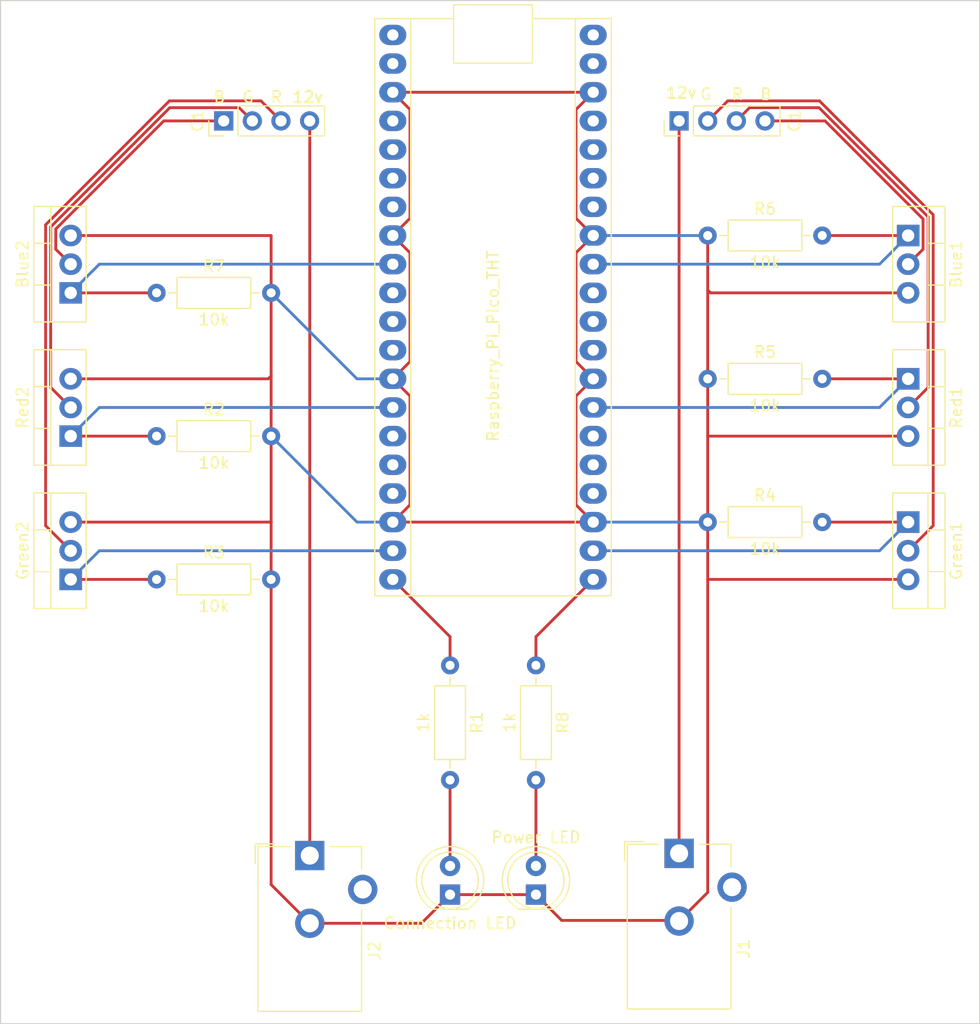
<source format=kicad_pcb>
(kicad_pcb (version 20221018) (generator pcbnew)
  (layers (0 "F.Cu" jumper) (31 "B.Cu" jumper) (34 "B.Paste" user) (35 "F.Paste" user) (36 "B.SilkS" user "B.Silkscreen") (37 "F.SilkS" user "F.Silkscreen") (38 "B.Mask" user) (39 "F.Mask" user) (44 "Edge.Cuts" user))
  (net 0 "")
  (net 27 "Net-(A1-GP15)")
  (net 28 "Net-(J4-Pin_1)")
  (net 29 "Net-(J3-Pin_4)")
  (net 30 "Net-(Power1-Pad2)")
  (net 31 "Net-(Blue1-S)")
  (net 32 "Net-(Blue1-D)")
  (net 33 "Net-(Blue2-D)")
  (net 34 "Net-(Green1-D)")
  (net 35 "Net-(Green2-D)")
  (net 36 "Net-(J3-Pin_2)")
  (net 37 "Net-(J4-Pin_3)")
  (net 38 "Net-(A1-GP16)")
  (net 39 "Net-(Connection1-Pad2)")
  (net 40 "Net-(A1-GP6)")
  (net 41 "Net-(A1-GP10)")
  (net 42 "Net-(A1-GP14)")
  (net 43 "Net-(A1-GP17)")
  (net 44 "Net-(A1-GP21)")
  (net 45 "Net-(A1-ADC1{slash}GP27)")
  (footprint "LED_THT:LED_D5.0mm" (layer "F.Cu") (at 195.58 114.3 90)
    (fp_text reference "Connection LED" (at -2.54 0 180) (layer "F.SilkS"))
    (fp_text value "LED")
    (fp_line (start -1.29 -1.545) (end -1.29 1.545) (stroke (width 0.12)) (layer "F.SilkS"))
    (fp_arc (start -1.29 -1.54483) (mid 2.072002 -2.880433) (end 4.26 0.000462) (stroke (width 0.12)) (layer "F.SilkS"))
    (fp_arc (start 4.26 -0.000462) (mid 2.072002 2.880433) (end -1.29 1.54483) (stroke (width 0.12)) (layer "F.SilkS"))
    (fp_circle (center 1.27 0) (end 3.77 0) (stroke (width 0.12)) (fill none) (layer "F.SilkS"))
    (pad "1" thru_hole rect (at 0 0 90) (size 1.8 1.8) (drill 0.9) (layers "*.Cu" "*.Mask") (net 31 "Net-(Blue1-S)"))
    (pad "2" thru_hole circle (at 2.54 0 90) (size 1.8 1.8) (drill 0.9) (layers "*.Cu" "*.Mask") (net 39 "Net-(Connection1-Pad2)"))
  )
  (footprint "Connector_PinHeader_2.54mm:PinHeader_1x04_P2.54mm_Vertical" (layer "F.Cu") (at 215.9 45.72 90)
    (fp_text reference "C1" (at 0 10.24 90) (layer "F.SilkS"))
    (fp_text value "Conn_01x04_Socket")
    (fp_line (start -1.33 -1.33) (end 0 -1.33) (stroke (width 0.12)) (layer "F.SilkS"))
    (fp_line (start -1.33 0) (end -1.33 -1.33) (stroke (width 0.12)) (layer "F.SilkS"))
    (fp_line (start -1.33 1.27) (end -1.33 8.95) (stroke (width 0.12)) (layer "F.SilkS"))
    (fp_line (start -1.33 1.27) (end 1.33 1.27) (stroke (width 0.12)) (layer "F.SilkS"))
    (fp_line (start -1.33 8.95) (end 1.33 8.95) (stroke (width 0.12)) (layer "F.SilkS"))
    (fp_line (start 1.33 1.27) (end 1.33 8.95) (stroke (width 0.12)) (layer "F.SilkS"))
    (pad "1" thru_hole rect (at 0 0 90) (size 1.7 1.7) (drill 1) (layers "*.Cu" "*.Mask") (net 28 "Net-(J4-Pin_1)"))
    (pad "2" thru_hole oval (at 0 2.54 90) (size 1.7 1.7) (drill 1) (layers "*.Cu" "*.Mask") (net 34 "Net-(Green1-D)"))
    (pad "3" thru_hole oval (at 0 5.08 90) (size 1.7 1.7) (drill 1) (layers "*.Cu" "*.Mask") (net 37 "Net-(J4-Pin_3)"))
    (pad "4" thru_hole oval (at 0 7.62 90) (size 1.7 1.7) (drill 1) (layers "*.Cu" "*.Mask") (net 32 "Net-(Blue1-D)"))
  )
  (footprint "Resistor_THT:R_Axial_DIN0207_L6.3mm_D2.5mm_P10.16mm_Horizontal" (layer "F.Cu") (at 218.44 81.28)
    (fp_text reference "R4" (at 5.08 -2.37) (layer "F.SilkS"))
    (fp_text value "10k" (at 5.08 2.37) (layer "F.SilkS"))
    (fp_line (start 1.04 0) (end 1.81 0) (stroke (width 0.12)) (layer "F.SilkS"))
    (fp_line (start 1.81 -1.37) (end 1.81 1.37) (stroke (width 0.12)) (layer "F.SilkS"))
    (fp_line (start 1.81 1.37) (end 8.35 1.37) (stroke (width 0.12)) (layer "F.SilkS"))
    (fp_line (start 8.35 -1.37) (end 1.81 -1.37) (stroke (width 0.12)) (layer "F.SilkS"))
    (fp_line (start 8.35 1.37) (end 8.35 -1.37) (stroke (width 0.12)) (layer "F.SilkS"))
    (fp_line (start 9.12 0) (end 8.35 0) (stroke (width 0.12)) (layer "F.SilkS"))
    (pad "1" thru_hole circle (at 0 0) (size 1.6 1.6) (drill 0.8) (layers "*.Cu" "*.Mask") (net 31 "Net-(Blue1-S)"))
    (pad "2" thru_hole oval (at 10.16 0) (size 1.6 1.6) (drill 0.8) (layers "*.Cu" "*.Mask") (net 43 "Net-(A1-GP17)"))
  )
  (footprint "LED_THT:LED_D5.0mm" (layer "F.Cu") (at 203.2 114.3 90)
    (fp_text reference "Power LED" (at 5.08 0 180) (layer "F.SilkS"))
    (fp_text value "LED")
    (fp_line (start -1.29 -1.545) (end -1.29 1.545) (stroke (width 0.12)) (layer "F.SilkS"))
    (fp_arc (start -1.29 -1.54483) (mid 2.072002 -2.880433) (end 4.26 0.000462) (stroke (width 0.12)) (layer "F.SilkS"))
    (fp_arc (start 4.26 -0.000462) (mid 2.072002 2.880433) (end -1.29 1.54483) (stroke (width 0.12)) (layer "F.SilkS"))
    (fp_circle (center 1.27 0) (end 3.77 0) (stroke (width 0.12)) (fill none) (layer "F.SilkS"))
    (pad "1" thru_hole rect (at 0 0 90) (size 1.8 1.8) (drill 0.9) (layers "*.Cu" "*.Mask") (net 31 "Net-(Blue1-S)"))
    (pad "2" thru_hole circle (at 2.54 0 90) (size 1.8 1.8) (drill 0.9) (layers "*.Cu" "*.Mask") (net 30 "Net-(Power1-Pad2)"))
  )
  (footprint "PCM_SL_Development_Boards:raspberry_pi_pico_THT" (layer "F.Cu") (at 190.5 38.1)
    (fp_text reference "A1" hide)
    (fp_text value "Raspberry_Pi_Pico_THT" (at 8.893334 27.58 270) (layer "F.SilkS"))
    (fp_line (start -1.6 49.71) (end 19.379999 49.71) (stroke (width 0.12)) (layer "F.SilkS"))
    (fp_line (start -1.599999 -1.45) (end -1.6 49.71) (stroke (width 0.12)) (layer "F.SilkS"))
    (fp_line (start 1.59 -1.42) (end 1.59 49.68) (stroke (width 0.12)) (layer "F.SilkS"))
    (fp_line (start 5.393334 -2.67) (end 5.393334 -1.45) (stroke (width 0.12)) (layer "F.SilkS"))
    (fp_line (start 5.393334 -1.45) (end -1.599999 -1.45) (stroke (width 0.12)) (layer "F.SilkS"))
    (fp_line (start 5.393334 -1.45) (end 5.393334 2.5) (stroke (width 0.12)) (layer "F.SilkS"))
    (fp_line (start 5.393334 2.5) (end 12.386666 2.5) (stroke (width 0.12)) (layer "F.SilkS"))
    (fp_line (start 12.386666 -2.67) (end 5.393334 -2.67) (stroke (width 0.12)) (layer "F.SilkS"))
    (fp_line (start 12.386666 -1.45) (end 12.386666 -2.67) (stroke (width 0.12)) (layer "F.SilkS"))
    (fp_line (start 12.386666 2.5) (end 12.386666 -1.45) (stroke (width 0.12)) (layer "F.SilkS"))
    (fp_line (start 16.19 -1.42) (end 16.19 49.63) (stroke (width 0.12)) (layer "F.SilkS"))
    (fp_line (start 19.379999 49.71) (end 19.38 -1.45) (stroke (width 0.12)) (layer "F.SilkS"))
    (fp_line (start 19.38 -1.45) (end 12.386666 -1.45) (stroke (width 0.12)) (layer "F.SilkS"))
    (pad "1" thru_hole oval (at 0 0 270) (size 1.8 2.4) (drill 1) (layers "*.Cu" "*.Mask"))
    (pad "2" thru_hole oval (at 0 2.54 270) (size 1.8 2.4) (drill 1) (layers "*.Cu" "*.Mask"))
    (pad "3" thru_hole oval (at 0 5.08 270) (size 1.8 2.4) (drill 1) (layers "*.Cu" "*.Mask") (net 31 "Net-(Blue1-S)"))
    (pad "4" thru_hole oval (at 0 7.62 270) (size 1.8 2.4) (drill 1) (layers "*.Cu" "*.Mask"))
    (pad "5" thru_hole oval (at 0 10.16 270) (size 1.8 2.4) (drill 1) (layers "*.Cu" "*.Mask"))
    (pad "6" thru_hole oval (at 0 12.7 270) (size 1.8 2.4) (drill 1) (layers "*.Cu" "*.Mask"))
    (pad "7" thru_hole oval (at 0 15.24 270) (size 1.8 2.4) (drill 1) (layers "*.Cu" "*.Mask"))
    (pad "8" thru_hole oval (at 0 17.78 270) (size 1.8 2.4) (drill 1) (layers "*.Cu" "*.Mask") (net 31 "Net-(Blue1-S)"))
    (pad "9" thru_hole oval (at 0 20.32 270) (size 1.8 2.4) (drill 1) (layers "*.Cu" "*.Mask") (net 40 "Net-(A1-GP6)"))
    (pad "10" thru_hole oval (at 0 22.86 270) (size 1.8 2.4) (drill 1) (layers "*.Cu" "*.Mask"))
    (pad "11" thru_hole oval (at 0 25.4 270) (size 1.8 2.4) (drill 1) (layers "*.Cu" "*.Mask"))
    (pad "12" thru_hole oval (at 0 27.94 270) (size 1.8 2.4) (drill 1) (layers "*.Cu" "*.Mask"))
    (pad "13" thru_hole oval (at 0 30.48 270) (size 1.8 2.4) (drill 1) (layers "*.Cu" "*.Mask") (net 31 "Net-(Blue1-S)"))
    (pad "14" thru_hole oval (at 0 33.02 270) (size 1.8 2.4) (drill 1) (layers "*.Cu" "*.Mask") (net 41 "Net-(A1-GP10)"))
    (pad "15" thru_hole oval (at 0 35.56 270) (size 1.8 2.4) (drill 1) (layers "*.Cu" "*.Mask"))
    (pad "16" thru_hole oval (at 0 38.1 270) (size 1.8 2.4) (drill 1) (layers "*.Cu" "*.Mask"))
    (pad "17" thru_hole oval (at 0 40.64 270) (size 1.8 2.4) (drill 1) (layers "*.Cu" "*.Mask"))
    (pad "18" thru_hole oval (at 0 43.18 270) (size 1.8 2.4) (drill 1) (layers "*.Cu" "*.Mask") (net 31 "Net-(Blue1-S)"))
    (pad "19" thru_hole oval (at 0 45.72 270) (size 1.8 2.4) (drill 1) (layers "*.Cu" "*.Mask") (net 42 "Net-(A1-GP14)"))
    (pad "20" thru_hole oval (at 0 48.26 270) (size 1.8 2.4) (drill 1) (layers "*.Cu" "*.Mask") (net 27 "Net-(A1-GP15)"))
    (pad "21" thru_hole oval (at 17.78 48.26 270) (size 1.8 2.4) (drill 1) (layers "*.Cu" "*.Mask") (net 38 "Net-(A1-GP16)"))
    (pad "22" thru_hole oval (at 17.78 45.72 270) (size 1.8 2.4) (drill 1) (layers "*.Cu" "*.Mask") (net 43 "Net-(A1-GP17)"))
    (pad "23" thru_hole oval (at 17.78 43.18 270) (size 1.8 2.4) (drill 1) (layers "*.Cu" "*.Mask") (net 31 "Net-(Blue1-S)"))
    (pad "24" thru_hole oval (at 17.78 40.64 270) (size 1.8 2.4) (drill 1) (layers "*.Cu" "*.Mask"))
    (pad "25" thru_hole oval (at 17.78 38.1 270) (size 1.8 2.4) (drill 1) (layers "*.Cu" "*.Mask"))
    (pad "26" thru_hole oval (at 17.78 35.56 270) (size 1.8 2.4) (drill 1) (layers "*.Cu" "*.Mask"))
    (pad "27" thru_hole oval (at 17.78 33.02 270) (size 1.8 2.4) (drill 1) (layers "*.Cu" "*.Mask") (net 44 "Net-(A1-GP21)"))
    (pad "28" thru_hole oval (at 17.78 30.48 270) (size 1.8 2.4) (drill 1) (layers "*.Cu" "*.Mask") (net 31 "Net-(Blue1-S)"))
    (pad "29" thru_hole oval (at 17.78 27.94 270) (size 1.8 2.4) (drill 1) (layers "*.Cu" "*.Mask"))
    (pad "30" thru_hole oval (at 17.78 25.4 270) (size 1.8 2.4) (drill 1) (layers "*.Cu" "*.Mask"))
    (pad "31" thru_hole oval (at 17.78 22.86 270) (size 1.8 2.4) (drill 1) (layers "*.Cu" "*.Mask"))
    (pad "32" thru_hole oval (at 17.78 20.32 270) (size 1.8 2.4) (drill 1) (layers "*.Cu" "*.Mask") (net 45 "Net-(A1-ADC1{slash}GP27)"))
    (pad "33" thru_hole oval (at 17.78 17.78 270) (size 1.8 2.4) (drill 1) (layers "*.Cu" "*.Mask") (net 31 "Net-(Blue1-S)"))
    (pad "34" thru_hole oval (at 17.78 15.24 270) (size 1.8 2.4) (drill 1) (layers "*.Cu" "*.Mask"))
    (pad "35" thru_hole oval (at 17.78 12.7 270) (size 1.8 2.4) (drill 1) (layers "*.Cu" "*.Mask"))
    (pad "36" thru_hole oval (at 17.78 10.16 270) (size 1.8 2.4) (drill 1) (layers "*.Cu" "*.Mask"))
    (pad "37" thru_hole oval (at 17.78 7.62 270) (size 1.8 2.4) (drill 1) (layers "*.Cu" "*.Mask"))
    (pad "38" thru_hole oval (at 17.78 5.08 270) (size 1.8 2.4) (drill 1) (layers "*.Cu" "*.Mask") (net 31 "Net-(Blue1-S)"))
    (pad "39" thru_hole oval (at 17.78 2.54 270) (size 1.8 2.4) (drill 1) (layers "*.Cu" "*.Mask"))
    (pad "40" thru_hole oval (at 17.78 0 270) (size 1.8 2.4) (drill 1) (layers "*.Cu" "*.Mask"))
  )
  (footprint "Connector_PinHeader_2.54mm:PinHeader_1x04_P2.54mm_Vertical" (layer "F.Cu") (at 175.5 45.72 90)
    (fp_text reference "C1" (at 0 -2.33 90) (layer "F.SilkS"))
    (fp_text value "Conn_01x04_Socket")
    (fp_line (start -1.33 -1.33) (end 0 -1.33) (stroke (width 0.12)) (layer "F.SilkS"))
    (fp_line (start -1.33 0) (end -1.33 -1.33) (stroke (width 0.12)) (layer "F.SilkS"))
    (fp_line (start -1.33 1.27) (end -1.33 8.95) (stroke (width 0.12)) (layer "F.SilkS"))
    (fp_line (start -1.33 1.27) (end 1.33 1.27) (stroke (width 0.12)) (layer "F.SilkS"))
    (fp_line (start -1.33 8.95) (end 1.33 8.95) (stroke (width 0.12)) (layer "F.SilkS"))
    (fp_line (start 1.33 1.27) (end 1.33 8.95) (stroke (width 0.12)) (layer "F.SilkS"))
    (pad "1" thru_hole rect (at 0 0 90) (size 1.7 1.7) (drill 1) (layers "*.Cu" "*.Mask") (net 33 "Net-(Blue2-D)"))
    (pad "2" thru_hole oval (at 0 2.54 90) (size 1.7 1.7) (drill 1) (layers "*.Cu" "*.Mask") (net 36 "Net-(J3-Pin_2)"))
    (pad "3" thru_hole oval (at 0 5.08 90) (size 1.7 1.7) (drill 1) (layers "*.Cu" "*.Mask") (net 35 "Net-(Green2-D)"))
    (pad "4" thru_hole oval (at 0 7.62 90) (size 1.7 1.7) (drill 1) (layers "*.Cu" "*.Mask") (net 29 "Net-(J3-Pin_4)"))
  )
  (footprint "Package_TO_SOT_THT:TO-220-3_Vertical" (layer "F.Cu") (at 161.925 86.36 90)
    (fp_text reference "Green2" (at 2.54 -4.27 90) (layer "F.SilkS"))
    (fp_text value "IRLB8721PBF")
    (fp_line (start -2.58 -3.27) (end -2.58 1.371) (stroke (width 0.12)) (layer "F.SilkS"))
    (fp_line (start -2.58 -3.27) (end 7.66 -3.27) (stroke (width 0.12)) (layer "F.SilkS"))
    (fp_line (start -2.58 -1.76) (end 7.66 -1.76) (stroke (width 0.12)) (layer "F.SilkS"))
    (fp_line (start -2.58 1.371) (end 7.66 1.371) (stroke (width 0.12)) (layer "F.SilkS"))
    (fp_line (start 0.69 -3.27) (end 0.69 -1.76) (stroke (width 0.12)) (layer "F.SilkS"))
    (fp_line (start 4.391 -3.27) (end 4.391 -1.76) (stroke (width 0.12)) (layer "F.SilkS"))
    (fp_line (start 7.66 -3.27) (end 7.66 1.371) (stroke (width 0.12)) (layer "F.SilkS"))
    (pad "1" thru_hole rect (at 0 0 90) (size 1.905 2) (drill 1.1) (layers "*.Cu" "*.Mask") (net 42 "Net-(A1-GP14)"))
    (pad "2" thru_hole oval (at 2.54 0 90) (size 1.905 2) (drill 1.1) (layers "*.Cu" "*.Mask") (net 35 "Net-(Green2-D)"))
    (pad "3" thru_hole oval (at 5.08 0 90) (size 1.905 2) (drill 1.1) (layers "*.Cu" "*.Mask") (net 31 "Net-(Blue1-S)"))
  )
  (footprint "Resistor_THT:R_Axial_DIN0207_L6.3mm_D2.5mm_P10.16mm_Horizontal" (layer "F.Cu") (at 169.545 60.96)
    (fp_text reference "R7" (at 5.08 -2.37) (layer "F.SilkS"))
    (fp_text value "10k" (at 5.08 2.37) (layer "F.SilkS"))
    (fp_line (start 1.04 0) (end 1.81 0) (stroke (width 0.12)) (layer "F.SilkS"))
    (fp_line (start 1.81 -1.37) (end 1.81 1.37) (stroke (width 0.12)) (layer "F.SilkS"))
    (fp_line (start 1.81 1.37) (end 8.35 1.37) (stroke (width 0.12)) (layer "F.SilkS"))
    (fp_line (start 8.35 -1.37) (end 1.81 -1.37) (stroke (width 0.12)) (layer "F.SilkS"))
    (fp_line (start 8.35 1.37) (end 8.35 -1.37) (stroke (width 0.12)) (layer "F.SilkS"))
    (fp_line (start 9.12 0) (end 8.35 0) (stroke (width 0.12)) (layer "F.SilkS"))
    (pad "1" thru_hole circle (at 0 0) (size 1.6 1.6) (drill 0.8) (layers "*.Cu" "*.Mask") (net 40 "Net-(A1-GP6)"))
    (pad "2" thru_hole oval (at 10.16 0) (size 1.6 1.6) (drill 0.8) (layers "*.Cu" "*.Mask") (net 31 "Net-(Blue1-S)"))
  )
  (footprint "Resistor_THT:R_Axial_DIN0207_L6.3mm_D2.5mm_P10.16mm_Horizontal" (layer "F.Cu") (at 218.44 68.58)
    (fp_text reference "R5" (at 5.08 -2.37) (layer "F.SilkS"))
    (fp_text value "10k" (at 5.08 2.37) (layer "F.SilkS"))
    (fp_line (start 1.04 0) (end 1.81 0) (stroke (width 0.12)) (layer "F.SilkS"))
    (fp_line (start 1.81 -1.37) (end 1.81 1.37) (stroke (width 0.12)) (layer "F.SilkS"))
    (fp_line (start 1.81 1.37) (end 8.35 1.37) (stroke (width 0.12)) (layer "F.SilkS"))
    (fp_line (start 8.35 -1.37) (end 1.81 -1.37) (stroke (width 0.12)) (layer "F.SilkS"))
    (fp_line (start 8.35 1.37) (end 8.35 -1.37) (stroke (width 0.12)) (layer "F.SilkS"))
    (fp_line (start 9.12 0) (end 8.35 0) (stroke (width 0.12)) (layer "F.SilkS"))
    (pad "1" thru_hole circle (at 0 0) (size 1.6 1.6) (drill 0.8) (layers "*.Cu" "*.Mask") (net 31 "Net-(Blue1-S)"))
    (pad "2" thru_hole oval (at 10.16 0) (size 1.6 1.6) (drill 0.8) (layers "*.Cu" "*.Mask") (net 44 "Net-(A1-GP21)"))
  )
  (footprint "Package_TO_SOT_THT:TO-220-3_Vertical" (layer "F.Cu") (at 236.22 55.88 -90)
    (fp_text reference "Blue1" (at 2.54 -4.27 90) (layer "F.SilkS"))
    (fp_text value "IRLB8721PBF")
    (fp_line (start -2.58 -3.27) (end -2.58 1.371) (stroke (width 0.12)) (layer "F.SilkS"))
    (fp_line (start -2.58 -3.27) (end 7.66 -3.27) (stroke (width 0.12)) (layer "F.SilkS"))
    (fp_line (start -2.58 -1.76) (end 7.66 -1.76) (stroke (width 0.12)) (layer "F.SilkS"))
    (fp_line (start -2.58 1.371) (end 7.66 1.371) (stroke (width 0.12)) (layer "F.SilkS"))
    (fp_line (start 0.69 -3.27) (end 0.69 -1.76) (stroke (width 0.12)) (layer "F.SilkS"))
    (fp_line (start 4.391 -3.27) (end 4.391 -1.76) (stroke (width 0.12)) (layer "F.SilkS"))
    (fp_line (start 7.66 -3.27) (end 7.66 1.371) (stroke (width 0.12)) (layer "F.SilkS"))
    (pad "1" thru_hole rect (at 0 0 270) (size 1.905 2) (drill 1.1) (layers "*.Cu" "*.Mask") (net 45 "Net-(A1-ADC1{slash}GP27)"))
    (pad "2" thru_hole oval (at 2.54 0 270) (size 1.905 2) (drill 1.1) (layers "*.Cu" "*.Mask") (net 32 "Net-(Blue1-D)"))
    (pad "3" thru_hole oval (at 5.08 0 270) (size 1.905 2) (drill 1.1) (layers "*.Cu" "*.Mask") (net 31 "Net-(Blue1-S)"))
  )
  (footprint "Resistor_THT:R_Axial_DIN0207_L6.3mm_D2.5mm_P10.16mm_Horizontal" (layer "F.Cu") (at 195.58 93.98 -90)
    (fp_text reference "R1" (at 5.08 -2.37 90) (layer "F.SilkS"))
    (fp_text value "1k" (at 5.08 2.37 90) (layer "F.SilkS"))
    (fp_line (start 1.04 0) (end 1.81 0) (stroke (width 0.12)) (layer "F.SilkS"))
    (fp_line (start 1.81 -1.37) (end 1.81 1.37) (stroke (width 0.12)) (layer "F.SilkS"))
    (fp_line (start 1.81 1.37) (end 8.35 1.37) (stroke (width 0.12)) (layer "F.SilkS"))
    (fp_line (start 8.35 -1.37) (end 1.81 -1.37) (stroke (width 0.12)) (layer "F.SilkS"))
    (fp_line (start 8.35 1.37) (end 8.35 -1.37) (stroke (width 0.12)) (layer "F.SilkS"))
    (fp_line (start 9.12 0) (end 8.35 0) (stroke (width 0.12)) (layer "F.SilkS"))
    (pad "1" thru_hole circle (at 0 0 270) (size 1.6 1.6) (drill 0.8) (layers "*.Cu" "*.Mask") (net 27 "Net-(A1-GP15)"))
    (pad "2" thru_hole oval (at 10.16 0 270) (size 1.6 1.6) (drill 0.8) (layers "*.Cu" "*.Mask") (net 39 "Net-(Connection1-Pad2)"))
  )
  (footprint "Package_TO_SOT_THT:TO-220-3_Vertical" (layer "F.Cu") (at 161.925 73.66 90)
    (fp_text reference "Red2" (at 2.54 -4.27 90) (layer "F.SilkS"))
    (fp_text value "IRLB8721PBF")
    (fp_line (start -2.58 -3.27) (end -2.58 1.371) (stroke (width 0.12)) (layer "F.SilkS"))
    (fp_line (start -2.58 -3.27) (end 7.66 -3.27) (stroke (width 0.12)) (layer "F.SilkS"))
    (fp_line (start -2.58 -1.76) (end 7.66 -1.76) (stroke (width 0.12)) (layer "F.SilkS"))
    (fp_line (start -2.58 1.371) (end 7.66 1.371) (stroke (width 0.12)) (layer "F.SilkS"))
    (fp_line (start 0.69 -3.27) (end 0.69 -1.76) (stroke (width 0.12)) (layer "F.SilkS"))
    (fp_line (start 4.391 -3.27) (end 4.391 -1.76) (stroke (width 0.12)) (layer "F.SilkS"))
    (fp_line (start 7.66 -3.27) (end 7.66 1.371) (stroke (width 0.12)) (layer "F.SilkS"))
    (pad "1" thru_hole rect (at 0 0 90) (size 1.905 2) (drill 1.1) (layers "*.Cu" "*.Mask") (net 41 "Net-(A1-GP10)"))
    (pad "2" thru_hole oval (at 2.54 0 90) (size 1.905 2) (drill 1.1) (layers "*.Cu" "*.Mask") (net 36 "Net-(J3-Pin_2)"))
    (pad "3" thru_hole oval (at 5.08 0 90) (size 1.905 2) (drill 1.1) (layers "*.Cu" "*.Mask") (net 31 "Net-(Blue1-S)"))
  )
  (footprint "Connector_BarrelJack:BarrelJack_CUI_PJ-102AH_Horizontal" (layer "F.Cu") (at 183.134 110.84)
    (fp_text reference "J2" (at 5.75 8.45 90) (layer "F.SilkS"))
    (fp_text value "Barrel_Jack_Switch")
    (fp_line (start -4.84 -1.04) (end -3.1 -1.04) (stroke (width 0.12)) (layer "F.SilkS"))
    (fp_line (start -4.84 0.7) (end -4.84 -1.04) (stroke (width 0.12)) (layer "F.SilkS"))
    (fp_line (start -4.6 -0.8) (end -1.8 -0.8) (stroke (width 0.12)) (layer "F.SilkS"))
    (fp_line (start -4.6 13.8) (end -4.6 -0.8) (stroke (width 0.12)) (layer "F.SilkS"))
    (fp_line (start 1.8 -0.8) (end 4.6 -0.8) (stroke (width 0.12)) (layer "F.SilkS"))
    (fp_line (start 4.6 -0.8) (end 4.6 1.2) (stroke (width 0.12)) (layer "F.SilkS"))
    (fp_line (start 4.6 4.8) (end 4.6 13.8) (stroke (width 0.12)) (layer "F.SilkS"))
    (fp_line (start 4.6 13.8) (end -4.6 13.8) (stroke (width 0.12)) (layer "F.SilkS"))
    (pad "1" thru_hole rect (at 0 0) (size 2.6 2.6) (drill 1.6) (layers "*.Cu" "*.Mask") (net 29 "Net-(J3-Pin_4)"))
    (pad "2" thru_hole circle (at 0 6) (size 2.6 2.6) (drill 1.6) (layers "*.Cu" "*.Mask") (net 31 "Net-(Blue1-S)"))
    (pad "3" thru_hole circle (at 4.7 3) (size 2.6 2.6) (drill 1.6) (layers "*.Cu" "*.Mask"))
  )
  (footprint "Resistor_THT:R_Axial_DIN0207_L6.3mm_D2.5mm_P10.16mm_Horizontal" (layer "F.Cu") (at 218.44 55.88)
    (fp_text reference "R6" (at 5.08 -2.37) (layer "F.SilkS"))
    (fp_text value "10k" (at 5.08 2.37) (layer "F.SilkS"))
    (fp_line (start 1.04 0) (end 1.81 0) (stroke (width 0.12)) (layer "F.SilkS"))
    (fp_line (start 1.81 -1.37) (end 1.81 1.37) (stroke (width 0.12)) (layer "F.SilkS"))
    (fp_line (start 1.81 1.37) (end 8.35 1.37) (stroke (width 0.12)) (layer "F.SilkS"))
    (fp_line (start 8.35 -1.37) (end 1.81 -1.37) (stroke (width 0.12)) (layer "F.SilkS"))
    (fp_line (start 8.35 1.37) (end 8.35 -1.37) (stroke (width 0.12)) (layer "F.SilkS"))
    (fp_line (start 9.12 0) (end 8.35 0) (stroke (width 0.12)) (layer "F.SilkS"))
    (pad "1" thru_hole circle (at 0 0) (size 1.6 1.6) (drill 0.8) (layers "*.Cu" "*.Mask") (net 31 "Net-(Blue1-S)"))
    (pad "2" thru_hole oval (at 10.16 0) (size 1.6 1.6) (drill 0.8) (layers "*.Cu" "*.Mask") (net 45 "Net-(A1-ADC1{slash}GP27)"))
  )
  (footprint "Package_TO_SOT_THT:TO-220-3_Vertical" (layer "F.Cu") (at 236.22 68.58 -90)
    (fp_text reference "Red1" (at 2.54 -4.27 90) (layer "F.SilkS"))
    (fp_text value "IRLB8721PBF")
    (fp_line (start -2.58 -3.27) (end -2.58 1.371) (stroke (width 0.12)) (layer "F.SilkS"))
    (fp_line (start -2.58 -3.27) (end 7.66 -3.27) (stroke (width 0.12)) (layer "F.SilkS"))
    (fp_line (start -2.58 -1.76) (end 7.66 -1.76) (stroke (width 0.12)) (layer "F.SilkS"))
    (fp_line (start -2.58 1.371) (end 7.66 1.371) (stroke (width 0.12)) (layer "F.SilkS"))
    (fp_line (start 0.69 -3.27) (end 0.69 -1.76) (stroke (width 0.12)) (layer "F.SilkS"))
    (fp_line (start 4.391 -3.27) (end 4.391 -1.76) (stroke (width 0.12)) (layer "F.SilkS"))
    (fp_line (start 7.66 -3.27) (end 7.66 1.371) (stroke (width 0.12)) (layer "F.SilkS"))
    (pad "1" thru_hole rect (at 0 0 270) (size 1.905 2) (drill 1.1) (layers "*.Cu" "*.Mask") (net 44 "Net-(A1-GP21)"))
    (pad "2" thru_hole oval (at 2.54 0 270) (size 1.905 2) (drill 1.1) (layers "*.Cu" "*.Mask") (net 37 "Net-(J4-Pin_3)"))
    (pad "3" thru_hole oval (at 5.08 0 270) (size 1.905 2) (drill 1.1) (layers "*.Cu" "*.Mask") (net 31 "Net-(Blue1-S)"))
  )
  (footprint "Connector_BarrelJack:BarrelJack_CUI_PJ-102AH_Horizontal" (layer "F.Cu") (at 215.9 110.64)
    (fp_text reference "J1" (at 5.75 8.45 90) (layer "F.SilkS"))
    (fp_text value "Barrel_Jack_Switch")
    (fp_line (start -4.84 -1.04) (end -3.1 -1.04) (stroke (width 0.12)) (layer "F.SilkS"))
    (fp_line (start -4.84 0.7) (end -4.84 -1.04) (stroke (width 0.12)) (layer "F.SilkS"))
    (fp_line (start -4.6 -0.8) (end -1.8 -0.8) (stroke (width 0.12)) (layer "F.SilkS"))
    (fp_line (start -4.6 13.8) (end -4.6 -0.8) (stroke (width 0.12)) (layer "F.SilkS"))
    (fp_line (start 1.8 -0.8) (end 4.6 -0.8) (stroke (width 0.12)) (layer "F.SilkS"))
    (fp_line (start 4.6 -0.8) (end 4.6 1.2) (stroke (width 0.12)) (layer "F.SilkS"))
    (fp_line (start 4.6 4.8) (end 4.6 13.8) (stroke (width 0.12)) (layer "F.SilkS"))
    (fp_line (start 4.6 13.8) (end -4.6 13.8) (stroke (width 0.12)) (layer "F.SilkS"))
    (pad "1" thru_hole rect (at 0 0) (size 2.6 2.6) (drill 1.6) (layers "*.Cu" "*.Mask") (net 28 "Net-(J4-Pin_1)"))
    (pad "2" thru_hole circle (at 0 6) (size 2.6 2.6) (drill 1.6) (layers "*.Cu" "*.Mask") (net 31 "Net-(Blue1-S)"))
    (pad "3" thru_hole circle (at 4.7 3) (size 2.6 2.6) (drill 1.6) (layers "*.Cu" "*.Mask"))
  )
  (footprint "Resistor_THT:R_Axial_DIN0207_L6.3mm_D2.5mm_P10.16mm_Horizontal" (layer "F.Cu") (at 169.545 73.66)
    (fp_text reference "R2" (at 5.08 -2.37) (layer "F.SilkS"))
    (fp_text value "10k" (at 5.08 2.37) (layer "F.SilkS"))
    (fp_line (start 1.04 0) (end 1.81 0) (stroke (width 0.12)) (layer "F.SilkS"))
    (fp_line (start 1.81 -1.37) (end 1.81 1.37) (stroke (width 0.12)) (layer "F.SilkS"))
    (fp_line (start 1.81 1.37) (end 8.35 1.37) (stroke (width 0.12)) (layer "F.SilkS"))
    (fp_line (start 8.35 -1.37) (end 1.81 -1.37) (stroke (width 0.12)) (layer "F.SilkS"))
    (fp_line (start 8.35 1.37) (end 8.35 -1.37) (stroke (width 0.12)) (layer "F.SilkS"))
    (fp_line (start 9.12 0) (end 8.35 0) (stroke (width 0.12)) (layer "F.SilkS"))
    (pad "1" thru_hole circle (at 0 0) (size 1.6 1.6) (drill 0.8) (layers "*.Cu" "*.Mask") (net 41 "Net-(A1-GP10)"))
    (pad "2" thru_hole oval (at 10.16 0) (size 1.6 1.6) (drill 0.8) (layers "*.Cu" "*.Mask") (net 31 "Net-(Blue1-S)"))
  )
  (footprint "Resistor_THT:R_Axial_DIN0207_L6.3mm_D2.5mm_P10.16mm_Horizontal" (layer "F.Cu") (at 169.545 86.36)
    (fp_text reference "R3" (at 5.08 -2.37) (layer "F.SilkS"))
    (fp_text value "10k" (at 5.08 2.37) (layer "F.SilkS"))
    (fp_line (start 1.04 0) (end 1.81 0) (stroke (width 0.12)) (layer "F.SilkS"))
    (fp_line (start 1.81 -1.37) (end 1.81 1.37) (stroke (width 0.12)) (layer "F.SilkS"))
    (fp_line (start 1.81 1.37) (end 8.35 1.37) (stroke (width 0.12)) (layer "F.SilkS"))
    (fp_line (start 8.35 -1.37) (end 1.81 -1.37) (stroke (width 0.12)) (layer "F.SilkS"))
    (fp_line (start 8.35 1.37) (end 8.35 -1.37) (stroke (width 0.12)) (layer "F.SilkS"))
    (fp_line (start 9.12 0) (end 8.35 0) (stroke (width 0.12)) (layer "F.SilkS"))
    (pad "1" thru_hole circle (at 0 0) (size 1.6 1.6) (drill 0.8) (layers "*.Cu" "*.Mask") (net 42 "Net-(A1-GP14)"))
    (pad "2" thru_hole oval (at 10.16 0) (size 1.6 1.6) (drill 0.8) (layers "*.Cu" "*.Mask") (net 31 "Net-(Blue1-S)"))
  )
  (footprint "Resistor_THT:R_Axial_DIN0207_L6.3mm_D2.5mm_P10.16mm_Horizontal" (layer "F.Cu") (at 203.2 93.98 -90)
    (fp_text reference "R8" (at 5.08 -2.37 90) (layer "F.SilkS"))
    (fp_text value "1k" (at 5.08 2.37 90) (layer "F.SilkS"))
    (fp_line (start 1.04 0) (end 1.81 0) (stroke (width 0.12)) (layer "F.SilkS"))
    (fp_line (start 1.81 -1.37) (end 1.81 1.37) (stroke (width 0.12)) (layer "F.SilkS"))
    (fp_line (start 1.81 1.37) (end 8.35 1.37) (stroke (width 0.12)) (layer "F.SilkS"))
    (fp_line (start 8.35 -1.37) (end 1.81 -1.37) (stroke (width 0.12)) (layer "F.SilkS"))
    (fp_line (start 8.35 1.37) (end 8.35 -1.37) (stroke (width 0.12)) (layer "F.SilkS"))
    (fp_line (start 9.12 0) (end 8.35 0) (stroke (width 0.12)) (layer "F.SilkS"))
    (pad "1" thru_hole circle (at 0 0 270) (size 1.6 1.6) (drill 0.8) (layers "*.Cu" "*.Mask") (net 38 "Net-(A1-GP16)"))
    (pad "2" thru_hole oval (at 10.16 0 270) (size 1.6 1.6) (drill 0.8) (layers "*.Cu" "*.Mask") (net 30 "Net-(Power1-Pad2)"))
  )
  (footprint "Package_TO_SOT_THT:TO-220-3_Vertical" (layer "F.Cu") (at 161.925 60.96 90)
    (fp_text reference "Blue2" (at 2.54 -4.27 90) (layer "F.SilkS"))
    (fp_text value "IRLB8721PBF")
    (fp_line (start -2.58 -3.27) (end -2.58 1.371) (stroke (width 0.12)) (layer "F.SilkS"))
    (fp_line (start -2.58 -3.27) (end 7.66 -3.27) (stroke (width 0.12)) (layer "F.SilkS"))
    (fp_line (start -2.58 -1.76) (end 7.66 -1.76) (stroke (width 0.12)) (layer "F.SilkS"))
    (fp_line (start -2.58 1.371) (end 7.66 1.371) (stroke (width 0.12)) (layer "F.SilkS"))
    (fp_line (start 0.69 -3.27) (end 0.69 -1.76) (stroke (width 0.12)) (layer "F.SilkS"))
    (fp_line (start 4.391 -3.27) (end 4.391 -1.76) (stroke (width 0.12)) (layer "F.SilkS"))
    (fp_line (start 7.66 -3.27) (end 7.66 1.371) (stroke (width 0.12)) (layer "F.SilkS"))
    (pad "1" thru_hole rect (at 0 0 90) (size 1.905 2) (drill 1.1) (layers "*.Cu" "*.Mask") (net 40 "Net-(A1-GP6)"))
    (pad "2" thru_hole oval (at 2.54 0 90) (size 1.905 2) (drill 1.1) (layers "*.Cu" "*.Mask") (net 33 "Net-(Blue2-D)"))
    (pad "3" thru_hole oval (at 5.08 0 90) (size 1.905 2) (drill 1.1) (layers "*.Cu" "*.Mask") (net 31 "Net-(Blue1-S)"))
  )
  (footprint "Package_TO_SOT_THT:TO-220-3_Vertical" (layer "F.Cu") (at 236.22 81.28 -90)
    (fp_text reference "Green1" (at 2.54 -4.27 90) (layer "F.SilkS"))
    (fp_text value "IRLB8721PBF")
    (fp_line (start -2.58 -3.27) (end -2.58 1.371) (stroke (width 0.12)) (layer "F.SilkS"))
    (fp_line (start -2.58 -3.27) (end 7.66 -3.27) (stroke (width 0.12)) (layer "F.SilkS"))
    (fp_line (start -2.58 -1.76) (end 7.66 -1.76) (stroke (width 0.12)) (layer "F.SilkS"))
    (fp_line (start -2.58 1.371) (end 7.66 1.371) (stroke (width 0.12)) (layer "F.SilkS"))
    (fp_line (start 0.69 -3.27) (end 0.69 -1.76) (stroke (width 0.12)) (layer "F.SilkS"))
    (fp_line (start 4.391 -3.27) (end 4.391 -1.76) (stroke (width 0.12)) (layer "F.SilkS"))
    (fp_line (start 7.66 -3.27) (end 7.66 1.371) (stroke (width 0.12)) (layer "F.SilkS"))
    (pad "1" thru_hole rect (at 0 0 270) (size 1.905 2) (drill 1.1) (layers "*.Cu" "*.Mask") (net 43 "Net-(A1-GP17)"))
    (pad "2" thru_hole oval (at 2.54 0 270) (size 1.905 2) (drill 1.1) (layers "*.Cu" "*.Mask") (net 34 "Net-(Green1-D)"))
    (pad "3" thru_hole oval (at 5.08 0 270) (size 1.905 2) (drill 1.1) (layers "*.Cu" "*.Mask") (net 31 "Net-(Blue1-S)"))
  )
  (gr_rect (start 155.702 35.052) (end 242.57 125.73) (stroke (width 0.1)) (fill none) (layer "Edge.Cuts"))
  (gr_text "G" (at 177.0634 44.196) (layer "F.SilkS") (effects (font (size 1 1)) (justify left bottom)))
  (gr_text "R" (at 220.472 43.942) (layer "F.SilkS") (effects (font (size 1 1)) (justify left bottom)))
  (gr_text "12v" (at 214.63 43.815) (layer "F.SilkS") (effects (font (size 1 1) (thickness 0.1875)) (justify left bottom)))
  (gr_text "12v" (at 181.5084 44.196) (layer "F.SilkS") (effects (font (size 1 1) (thickness 0.1875)) (justify left bottom)))
  (gr_text "B" (at 174.5234 44.196) (layer "F.SilkS") (effects (font (size 1 1)) (justify left bottom)))
  (gr_text "R" (at 179.578 44.196) (layer "F.SilkS") (effects (font (size 1 1)) (justify left bottom)))
  (gr_text "G" (at 217.678 43.942) (layer "F.SilkS") (effects (font (size 1 1)) (justify left bottom)))
  (gr_text "B" (at 223.012 43.942) (layer "F.SilkS") (effects (font (size 1 1)) (justify left bottom)))
  (segment (start 195.58 91.44) (end 190.5 86.36) (width 0.25) (layer "F.Cu") (net 27))
  (segment (start 195.58 93.98) (end 195.58 91.44) (width 0.25) (layer "F.Cu") (net 27))
  (segment (start 215.9 110.64) (end 215.9 45.72) (width 0.25) (layer "F.Cu") (net 28))
  (segment (start 183.134 110.84) (end 183.134 45.734) (width 0.25) (layer "F.Cu") (net 29))
  (segment (start 183.134 45.734) (end 183.12 45.72) (width 0.25) (layer "F.Cu") (net 29))
  (segment (start 203.2 104.14) (end 203.2 111.76) (width 0.25) (layer "F.Cu") (net 30))
  (segment (start 218.44 73.66) (end 218.44 81.28) (width 0.25) (layer "F.Cu") (net 31))
  (segment (start 161.925 68.58) (end 179.451 68.58) (width 0.25) (layer "F.Cu") (net 31))
  (segment (start 218.694 60.96) (end 218.44 60.706) (width 0.25) (layer "F.Cu") (net 31))
  (segment (start 179.705 81.28) (end 179.705 73.66) (width 0.25) (layer "F.Cu") (net 31))
  (segment (start 215.9 116.64) (end 218.44 114.1) (width 0.25) (layer "F.Cu") (net 31))
  (segment (start 190.5 68.58) (end 192.025 70.105) (width 0.25) (layer "F.Cu") (net 31))
  (segment (start 208.28 55.88) (end 206.755 54.355) (width 0.25) (layer "F.Cu") (net 31))
  (segment (start 214.83 116.586) (end 214.884 116.64) (width 0.25) (layer "F.Cu") (net 31))
  (segment (start 218.44 60.706) (end 218.44 68.58) (width 0.25) (layer "F.Cu") (net 31))
  (segment (start 236.22 60.96) (end 218.694 60.96) (width 0.25) (layer "F.Cu") (net 31))
  (segment (start 161.925 55.88) (end 179.705 55.88) (width 0.25) (layer "F.Cu") (net 31))
  (segment (start 192.025 70.105) (end 192.025 79.755) (width 0.25) (layer "F.Cu") (net 31))
  (segment (start 179.705 73.66) (end 179.705 68.326) (width 0.25) (layer "F.Cu") (net 31))
  (segment (start 208.28 68.58) (end 206.755 67.055) (width 0.25) (layer "F.Cu") (net 31))
  (segment (start 161.925 81.28) (end 179.705 81.28) (width 0.25) (layer "F.Cu") (net 31))
  (segment (start 179.705 86.36) (end 179.705 81.28) (width 0.25) (layer "F.Cu") (net 31))
  (segment (start 179.451 68.58) (end 179.705 68.326) (width 0.25) (layer "F.Cu") (net 31))
  (segment (start 195.58 114.3) (end 203.2 114.3) (width 0.25) (layer "F.Cu") (net 31))
  (segment (start 218.44 114.1) (end 218.44 86.36) (width 0.25) (layer "F.Cu") (net 31))
  (segment (start 183.134 116.84) (end 193.04 116.84) (width 0.25) (layer "F.Cu") (net 31))
  (segment (start 179.705 55.88) (end 179.705 60.96) (width 0.25) (layer "F.Cu") (net 31))
  (segment (start 192.025 54.355) (end 190.5 55.88) (width 0.25) (layer "F.Cu") (net 31))
  (segment (start 179.705 68.326) (end 179.705 60.96) (width 0.25) (layer "F.Cu") (net 31))
  (segment (start 193.04 116.84) (end 195.58 114.3) (width 0.25) (layer "F.Cu") (net 31))
  (segment (start 190.5 55.88) (end 192.025 57.405) (width 0.25) (layer "F.Cu") (net 31))
  (segment (start 236.22 73.66) (end 218.44 73.66) (width 0.25) (layer "F.Cu") (net 31))
  (segment (start 206.755 79.755) (end 206.755 70.105) (width 0.25) (layer "F.Cu") (net 31))
  (segment (start 190.5 43.18) (end 192.025 44.705) (width 0.25) (layer "F.Cu") (net 31))
  (segment (start 206.755 57.405) (end 208.28 55.88) (width 0.25) (layer "F.Cu") (net 31))
  (segment (start 218.44 55.88) (end 218.44 60.706) (width 0.25) (layer "F.Cu") (net 31))
  (segment (start 192.025 67.055) (end 190.5 68.58) (width 0.25) (layer "F.Cu") (net 31))
  (segment (start 206.755 44.705) (end 208.28 43.18) (width 0.25) (layer "F.Cu") (net 31))
  (segment (start 183.134 116.84) (end 179.705 113.411) (width 0.25) (layer "F.Cu") (net 31))
  (segment (start 218.44 81.28) (end 218.44 86.36) (width 0.25) (layer "F.Cu") (net 31))
  (segment (start 206.755 67.055) (end 206.755 57.405) (width 0.25) (layer "F.Cu") (net 31))
  (segment (start 206.755 70.105) (end 208.28 68.58) (width 0.25) (layer "F.Cu") (net 31))
  (segment (start 190.5 81.28) (end 208.28 81.28) (width 0.25) (layer "F.Cu") (net 31))
  (segment (start 192.025 79.755) (end 190.5 81.28) (width 0.25) (layer "F.Cu") (net 31))
  (segment (start 208.28 81.28) (end 206.755 79.755) (width 0.25) (layer "F.Cu") (net 31))
  (segment (start 192.025 57.405) (end 192.025 67.055) (width 0.25) (layer "F.Cu") (net 31))
  (segment (start 218.44 86.36) (end 236.22 86.36) (width 0.25) (layer "F.Cu") (net 31))
  (segment (start 190.5 43.18) (end 208.28 43.18) (width 0.25) (layer "F.Cu") (net 31))
  (segment (start 205.486 116.586) (end 203.2 114.3) (width 0.25) (layer "F.Cu") (net 31))
  (segment (start 206.755 54.355) (end 206.755 44.705) (width 0.25) (layer "F.Cu") (net 31))
  (segment (start 218.44 68.58) (end 218.44 73.66) (width 0.25) (layer "F.Cu") (net 31))
  (segment (start 215.9 116.64) (end 215.846 116.586) (width 0.25) (layer "F.Cu") (net 31))
  (segment (start 192.025 44.705) (end 192.025 54.355) (width 0.25) (layer "F.Cu") (net 31))
  (segment (start 179.705 113.411) (end 179.705 86.36) (width 0.25) (layer "F.Cu") (net 31))
  (segment (start 215.846 116.586) (end 205.486 116.586) (width 0.25) (layer "F.Cu") (net 31))
  (segment (start 187.325 81.28) (end 179.705 73.66) (width 0.25) (layer "B.Cu") (net 31))
  (segment (start 190.5 68.58) (end 187.325 68.58) (width 0.25) (layer "B.Cu") (net 31))
  (segment (start 208.28 81.28) (end 218.44 81.28) (width 0.25) (layer "B.Cu") (net 31))
  (segment (start 187.325 68.58) (end 179.705 60.96) (width 0.25) (layer "B.Cu") (net 31))
  (segment (start 190.5 81.28) (end 187.325 81.28) (width 0.25) (layer "B.Cu") (net 31))
  (segment (start 218.44 55.88) (end 208.28 55.88) (width 0.25) (layer "B.Cu") (net 31))
  (segment (start 237.545 57.095) (end 237.545 54.411) (width 0.25) (layer "F.Cu") (net 32))
  (segment (start 237.545 54.411) (end 228.854 45.72) (width 0.25) (layer "F.Cu") (net 32))
  (segment (start 236.22 58.42) (end 237.545 57.095) (width 0.25) (layer "F.Cu") (net 32))
  (segment (start 228.854 45.72) (end 223.52 45.72) (width 0.25) (layer "F.Cu") (net 32))
  (segment (start 160.6 57.095) (end 160.6 55.3) (width 0.25) (layer "F.Cu") (net 33))
  (segment (start 170.18 45.72) (end 175.5 45.72) (width 0.25) (layer "F.Cu") (net 33))
  (segment (start 160.6 55.3) (end 170.18 45.72) (width 0.25) (layer "F.Cu") (net 33))
  (segment (start 161.925 58.42) (end 160.6 57.095) (width 0.25) (layer "F.Cu") (net 33))
  (segment (start 220.218 43.942) (end 218.44 45.72) (width 0.25) (layer "F.Cu") (net 34))
  (segment (start 238.445 81.595) (end 238.445 54.038208) (width 0.25) (layer "F.Cu") (net 34))
  (segment (start 238.445 54.038208) (end 228.348792 43.942) (width 0.25) (layer "F.Cu") (net 34))
  (segment (start 236.22 83.82) (end 238.445 81.595) (width 0.25) (layer "F.Cu") (net 34))
  (segment (start 228.348792 43.942) (end 220.218 43.942) (width 0.25) (layer "F.Cu") (net 34))
  (segment (start 159.7 54.927208) (end 170.685208 43.942) (width 0.25) (layer "F.Cu") (net 35))
  (segment (start 161.925 83.82) (end 159.7 81.595) (width 0.25) (layer "F.Cu") (net 35))
  (segment (start 178.802 43.942) (end 180.58 45.72) (width 0.25) (layer "F.Cu") (net 35))
  (segment (start 159.7 81.595) (end 159.7 54.927208) (width 0.25) (layer "F.Cu") (net 35))
  (segment (start 170.685208 43.942) (end 178.802 43.942) (width 0.25) (layer "F.Cu") (net 35))
  (segment (start 161.925 71.12) (end 160.15 69.345) (width 0.25) (layer "F.Cu") (net 36))
  (segment (start 176.865 44.545) (end 178.04 45.72) (width 0.25) (layer "F.Cu") (net 36))
  (segment (start 160.15 69.345) (end 160.15 55.113604) (width 0.25) (layer "F.Cu") (net 36))
  (segment (start 170.718604 44.545) (end 176.865 44.545) (width 0.25) (layer "F.Cu") (net 36))
  (segment (start 160.15 55.113604) (end 170.718604 44.545) (width 0.25) (layer "F.Cu") (net 36))
  (segment (start 237.995 69.345) (end 237.995 54.224604) (width 0.25) (layer "F.Cu") (net 37))
  (segment (start 237.995 54.224604) (end 228.315396 44.545) (width 0.25) (layer "F.Cu") (net 37))
  (segment (start 236.22 71.12) (end 237.995 69.345) (width 0.25) (layer "F.Cu") (net 37))
  (segment (start 222.155 44.545) (end 220.98 45.72) (width 0.25) (layer "F.Cu") (net 37))
  (segment (start 228.315396 44.545) (end 222.155 44.545) (width 0.25) (layer "F.Cu") (net 37))
  (segment (start 203.2 91.44) (end 208.28 86.36) (width 0.25) (layer "F.Cu") (net 38))
  (segment (start 203.2 93.98) (end 203.2 91.44) (width 0.25) (layer "F.Cu") (net 38))
  (segment (start 195.58 104.14) (end 195.58 111.76) (width 0.25) (layer "F.Cu") (net 39))
  (segment (start 169.545 60.96) (end 161.925 60.96) (width 0.25) (layer "F.Cu") (net 40))
  (segment (start 161.925 60.96) (end 164.465 58.42) (width 0.25) (layer "B.Cu") (net 40))
  (segment (start 164.465 58.42) (end 190.5 58.42) (width 0.25) (layer "B.Cu") (net 40))
  (segment (start 169.545 73.66) (end 161.925 73.66) (width 0.25) (layer "F.Cu") (net 41))
  (segment (start 161.925 73.66) (end 164.465 71.12) (width 0.25) (layer "B.Cu") (net 41))
  (segment (start 164.465 71.12) (end 190.5 71.12) (width 0.25) (layer "B.Cu") (net 41))
  (segment (start 169.545 86.36) (end 161.925 86.36) (width 0.25) (layer "F.Cu") (net 42))
  (segment (start 161.925 86.36) (end 164.465 83.82) (width 0.25) (layer "B.Cu") (net 42))
  (segment (start 164.465 83.82) (end 190.5 83.82) (width 0.25) (layer "B.Cu") (net 42))
  (segment (start 228.6 81.28) (end 236.22 81.28) (width 0.25) (layer "F.Cu") (net 43))
  (segment (start 233.68 83.82) (end 208.28 83.82) (width 0.25) (layer "B.Cu") (net 43))
  (segment (start 236.22 81.28) (end 233.68 83.82) (width 0.25) (layer "B.Cu") (net 43))
  (segment (start 228.6 68.58) (end 236.22 68.58) (width 0.25) (layer "F.Cu") (net 44))
  (segment (start 236.22 68.58) (end 233.68 71.12) (width 0.25) (layer "B.Cu") (net 44))
  (segment (start 233.68 71.12) (end 208.28 71.12) (width 0.25) (layer "B.Cu") (net 44))
  (segment (start 228.6 55.88) (end 236.22 55.88) (width 0.25) (layer "F.Cu") (net 45))
  (segment (start 236.22 55.88) (end 233.68 58.42) (width 0.25) (layer "B.Cu") (net 45))
  (segment (start 233.68 58.42) (end 208.28 58.42) (width 0.25) (layer "B.Cu") (net 45))
)
</source>
